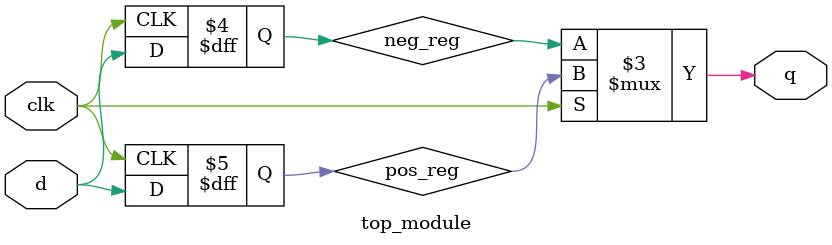
<source format=v>
module top_module (
    input clk,
    input d,
    output q
);

    reg pos_reg;
    reg neg_reg;

    always @(posedge clk)
        pos_reg <= d;

    always @(negedge clk)
        neg_reg <= d;

    assign q = clk ? pos_reg : neg_reg;

endmodule


</source>
